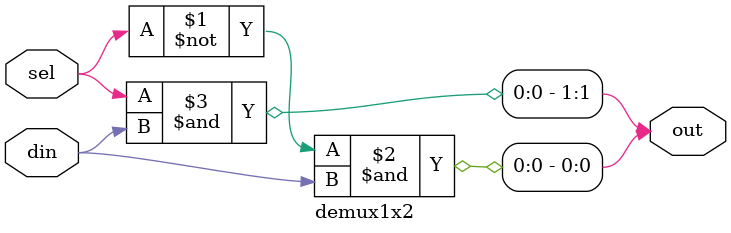
<source format=v>
module demux1x2 (
    input din,
    input sel,
    output [1:0] out
);
    assign out[0] = (~sel) & din;
    assign out[1] = sel & din;
endmodule

</source>
